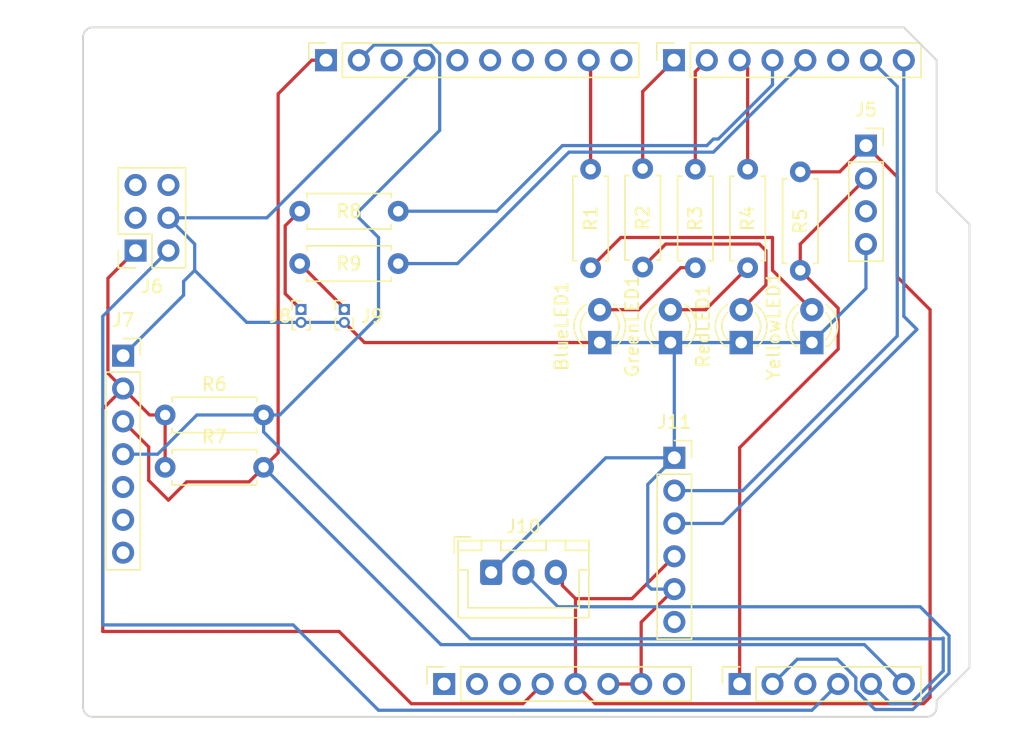
<source format=kicad_pcb>
(kicad_pcb (version 20240108) (generator "pcbnew") (generator_version "8.0")
  (title_block (date "mar. 31 mars 2015"))
  (layers (0 "F.Cu" signal) (31 "B.Cu" signal) (34 "B.Paste" user) (35 "F.Paste" user) (36 "B.SilkS" user "B.Silkscreen") (37 "F.SilkS" user "F.Silkscreen") (38 "B.Mask" user) (39 "F.Mask" user) (44 "Edge.Cuts" user))
  (net 0 "")
  (net 1 "GND")
  (net 3 "+5V")
  (net 4 "/IOREF")
  (net 5 "/A0")
  (net 6 "/A1")
  (net 7 "/A2")
  (net 8 "/A3")
  (net 9 "/13")
  (net 10 "/12")
  (net 11 "/AREF")
  (net 12 "/8")
  (net 13 "/7")
  (net 14 "/*11")
  (net 15 "/*10")
  (net 16 "/*9")
  (net 17 "/4")
  (net 18 "/2")
  (net 19 "/*6")
  (net 20 "/*5")
  (net 21 "/*3")
  (net 22 "+3V3")
  (net 23 "VCC")
  (net 24 "/~{RESET}")
  (net 25 "Net-(BlueLED1-A)")
  (net 26 "Net-(GreenLED1-A)")
  (net 27 "Net-(YellowLED1-A)")
  (net 28 "Net-(RedLED1-A)")
  (net 33 "/SCL")
  (net 34 "/SDA")
  (net 38 "Net-(J8-Pin_1)")
  (net 39 "Net-(J9-Pin_1)")
  (net 40 "/TX")
  (net 41 "/RX")
  (footprint "Connector_PinSocket_2.54mm:PinSocket_1x08_P2.54mm_Vertical" (layer "F.Cu") (at 127.94 97.46 90)
    (property "Reference" "J1" (hide yes))
    (property "Value" "Power")
    (fp_line (start 1.33 -1.33) (end 1.33 0) (stroke (width 0.12)) (layer "F.SilkS"))
    (fp_line (start 0 -1.33) (end 1.33 -1.33) (stroke (width 0.12)) (layer "F.SilkS"))
    (fp_line (start 1.33 1.27) (end 1.33 19.11) (stroke (width 0.12)) (layer "F.SilkS"))
    (fp_line (start -1.33 1.27) (end 1.33 1.27) (stroke (width 0.12)) (layer "F.SilkS"))
    (fp_line (start -1.33 1.27) (end -1.33 19.11) (stroke (width 0.12)) (layer "F.SilkS"))
    (fp_line (start -1.33 19.11) (end 1.33 19.11) (stroke (width 0.12)) (layer "F.SilkS"))
    (pad "1" thru_hole rect (at 0 0 90) (size 1.7 1.7) (drill 1) (layers "*.Cu" "*.Mask"))
    (pad "2" thru_hole oval (at 0 2.54 90) (size 1.7 1.7) (drill 1) (layers "*.Cu" "*.Mask") (net 4 "/IOREF"))
    (pad "3" thru_hole oval (at 0 5.08 90) (size 1.7 1.7) (drill 1) (layers "*.Cu" "*.Mask") (net 24 "/~{RESET}"))
    (pad "4" thru_hole oval (at 0 7.62 90) (size 1.7 1.7) (drill 1) (layers "*.Cu" "*.Mask") (net 22 "+3V3"))
    (pad "5" thru_hole oval (at 0 10.16 90) (size 1.7 1.7) (drill 1) (layers "*.Cu" "*.Mask") (net 3 "+5V"))
    (pad "6" thru_hole oval (at 0 12.7 90) (size 1.7 1.7) (drill 1) (layers "*.Cu" "*.Mask") (net 1 "GND"))
    (pad "7" thru_hole oval (at 0 15.24 90) (size 1.7 1.7) (drill 1) (layers "*.Cu" "*.Mask") (net 1 "GND"))
    (pad "8" thru_hole oval (at 0 17.78 90) (size 1.7 1.7) (drill 1) (layers "*.Cu" "*.Mask") (net 23 "VCC"))
  )
  (footprint "Connector_PinSocket_2.54mm:PinSocket_1x06_P2.54mm_Vertical" (layer "F.Cu") (at 150.8 97.46 90)
    (property "Reference" "J3" (hide yes))
    (property "Value" "Analog")
    (fp_line (start 1.33 -1.33) (end 1.33 0) (stroke (width 0.12)) (layer "F.SilkS"))
    (fp_line (start 0 -1.33) (end 1.33 -1.33) (stroke (width 0.12)) (layer "F.SilkS"))
    (fp_line (start 1.33 1.27) (end 1.33 14.03) (stroke (width 0.12)) (layer "F.SilkS"))
    (fp_line (start -1.33 1.27) (end 1.33 1.27) (stroke (width 0.12)) (layer "F.SilkS"))
    (fp_line (start -1.33 1.27) (end -1.33 14.03) (stroke (width 0.12)) (layer "F.SilkS"))
    (fp_line (start -1.33 14.03) (end 1.33 14.03) (stroke (width 0.12)) (layer "F.SilkS"))
    (pad "1" thru_hole rect (at 0 0 90) (size 1.7 1.7) (drill 1) (layers "*.Cu" "*.Mask") (net 5 "/A0"))
    (pad "2" thru_hole oval (at 0 2.54 90) (size 1.7 1.7) (drill 1) (layers "*.Cu" "*.Mask") (net 6 "/A1"))
    (pad "3" thru_hole oval (at 0 5.08 90) (size 1.7 1.7) (drill 1) (layers "*.Cu" "*.Mask") (net 7 "/A2"))
    (pad "4" thru_hole oval (at 0 7.62 90) (size 1.7 1.7) (drill 1) (layers "*.Cu" "*.Mask") (net 8 "/A3"))
    (pad "5" thru_hole oval (at 0 10.16 90) (size 1.7 1.7) (drill 1) (layers "*.Cu" "*.Mask") (net 34 "/SDA"))
    (pad "6" thru_hole oval (at 0 12.7 90) (size 1.7 1.7) (drill 1) (layers "*.Cu" "*.Mask") (net 33 "/SCL"))
  )
  (footprint "Connector_PinSocket_2.54mm:PinSocket_1x10_P2.54mm_Vertical" (layer "F.Cu") (at 118.796 49.2 90)
    (property "Reference" "J2" (hide yes))
    (property "Value" "Digital/PWM")
    (fp_line (start 1.33 -1.33) (end 1.33 0) (stroke (width 0.12)) (layer "F.SilkS"))
    (fp_line (start 0 -1.33) (end 1.33 -1.33) (stroke (width 0.12)) (layer "F.SilkS"))
    (fp_line (start 1.33 1.27) (end 1.33 24.19) (stroke (width 0.12)) (layer "F.SilkS"))
    (fp_line (start -1.33 1.27) (end 1.33 1.27) (stroke (width 0.12)) (layer "F.SilkS"))
    (fp_line (start -1.33 1.27) (end -1.33 24.19) (stroke (width 0.12)) (layer "F.SilkS"))
    (fp_line (start -1.33 24.19) (end 1.33 24.19) (stroke (width 0.12)) (layer "F.SilkS"))
    (pad "1" thru_hole rect (at 0 0 90) (size 1.7 1.7) (drill 1) (layers "*.Cu" "*.Mask") (net 33 "/SCL"))
    (pad "2" thru_hole oval (at 0 2.54 90) (size 1.7 1.7) (drill 1) (layers "*.Cu" "*.Mask") (net 34 "/SDA"))
    (pad "3" thru_hole oval (at 0 5.08 90) (size 1.7 1.7) (drill 1) (layers "*.Cu" "*.Mask") (net 11 "/AREF"))
    (pad "4" thru_hole oval (at 0 7.62 90) (size 1.7 1.7) (drill 1) (layers "*.Cu" "*.Mask") (net 1 "GND"))
    (pad "5" thru_hole oval (at 0 10.16 90) (size 1.7 1.7) (drill 1) (layers "*.Cu" "*.Mask") (net 9 "/13"))
    (pad "6" thru_hole oval (at 0 12.7 90) (size 1.7 1.7) (drill 1) (layers "*.Cu" "*.Mask") (net 10 "/12"))
    (pad "7" thru_hole oval (at 0 15.24 90) (size 1.7 1.7) (drill 1) (layers "*.Cu" "*.Mask") (net 14 "/*11"))
    (pad "8" thru_hole oval (at 0 17.78 90) (size 1.7 1.7) (drill 1) (layers "*.Cu" "*.Mask") (net 15 "/*10"))
    (pad "9" thru_hole oval (at 0 20.32 90) (size 1.7 1.7) (drill 1) (layers "*.Cu" "*.Mask") (net 16 "/*9"))
    (pad "10" thru_hole oval (at 0 22.86 90) (size 1.7 1.7) (drill 1) (layers "*.Cu" "*.Mask") (net 12 "/8"))
  )
  (footprint "Connector_PinSocket_2.54mm:PinSocket_1x08_P2.54mm_Vertical" (layer "F.Cu") (at 145.72 49.2 90)
    (property "Reference" "J4" (hide yes))
    (property "Value" "Digital/PWM")
    (fp_line (start 1.33 -1.33) (end 1.33 0) (stroke (width 0.12)) (layer "F.SilkS"))
    (fp_line (start 0 -1.33) (end 1.33 -1.33) (stroke (width 0.12)) (layer "F.SilkS"))
    (fp_line (start 1.33 1.27) (end 1.33 19.11) (stroke (width 0.12)) (layer "F.SilkS"))
    (fp_line (start -1.33 1.27) (end 1.33 1.27) (stroke (width 0.12)) (layer "F.SilkS"))
    (fp_line (start -1.33 1.27) (end -1.33 19.11) (stroke (width 0.12)) (layer "F.SilkS"))
    (fp_line (start -1.33 19.11) (end 1.33 19.11) (stroke (width 0.12)) (layer "F.SilkS"))
    (pad "1" thru_hole rect (at 0 0 90) (size 1.7 1.7) (drill 1) (layers "*.Cu" "*.Mask") (net 13 "/7"))
    (pad "2" thru_hole oval (at 0 2.54 90) (size 1.7 1.7) (drill 1) (layers "*.Cu" "*.Mask") (net 19 "/*6"))
    (pad "3" thru_hole oval (at 0 5.08 90) (size 1.7 1.7) (drill 1) (layers "*.Cu" "*.Mask") (net 20 "/*5"))
    (pad "4" thru_hole oval (at 0 7.62 90) (size 1.7 1.7) (drill 1) (layers "*.Cu" "*.Mask") (net 17 "/4"))
    (pad "5" thru_hole oval (at 0 10.16 90) (size 1.7 1.7) (drill 1) (layers "*.Cu" "*.Mask") (net 21 "/*3"))
    (pad "6" thru_hole oval (at 0 12.7 90) (size 1.7 1.7) (drill 1) (layers "*.Cu" "*.Mask") (net 18 "/2"))
    (pad "7" thru_hole oval (at 0 15.24 90) (size 1.7 1.7) (drill 1) (layers "*.Cu" "*.Mask") (net 40 "/TX"))
    (pad "8" thru_hole oval (at 0 17.78 90) (size 1.7 1.7) (drill 1) (layers "*.Cu" "*.Mask") (net 41 "/RX"))
  )
  (footprint "Connector_PinHeader_1.00mm:PinHeader_1x02_P1.00mm_Vertical" (layer "F.Cu") (at 116.864 68.484)
    (property "Reference" "J8" (at -1.624 0.514 0) (layer "F.SilkS"))
    (property "Value" "Orange LED")
    (fp_line (start -0.695 -0.685) (end 0 -0.685) (stroke (width 0.12)) (layer "F.SilkS"))
    (fp_line (start -0.695 0) (end -0.695 -0.685) (stroke (width 0.12)) (layer "F.SilkS"))
    (fp_line (start -0.695 0.685) (end -0.695 1.56) (stroke (width 0.12)) (layer "F.SilkS"))
    (fp_line (start -0.695 0.685) (end -0.608276 0.685) (stroke (width 0.12)) (layer "F.SilkS"))
    (fp_line (start -0.695 1.56) (end -0.394493 1.56) (stroke (width 0.12)) (layer "F.SilkS"))
    (fp_line (start 0.394493 1.56) (end 0.695 1.56) (stroke (width 0.12)) (layer "F.SilkS"))
    (fp_line (start 0.608276 0.685) (end 0.695 0.685) (stroke (width 0.12)) (layer "F.SilkS"))
    (fp_line (start 0.695 0.685) (end 0.695 1.56) (stroke (width 0.12)) (layer "F.SilkS"))
    (pad "1" thru_hole rect (at 0 0) (size 0.85 0.85) (drill 0.5) (layers "*.Cu" "*.Mask") (net 38 "Net-(J8-Pin_1)"))
    (pad "2" thru_hole oval (at 0 1) (size 0.85 0.85) (drill 0.5) (layers "*.Cu" "*.Mask") (net 1 "GND"))
  )
  (footprint "Connector_PinSocket_2.54mm:PinSocket_1x06_P2.54mm_Vertical" (layer "F.Cu") (at 145.745 79.959)
    (property "Reference" "J11" (at 0 -2.77 360) (layer "F.SilkS"))
    (property "Value" "OPENLOG")
    (fp_line (start -1.33 1.27) (end -1.33 14.03) (stroke (width 0.12)) (layer "F.SilkS"))
    (fp_line (start -1.33 1.27) (end 1.33 1.27) (stroke (width 0.12)) (layer "F.SilkS"))
    (fp_line (start -1.33 14.03) (end 1.33 14.03) (stroke (width 0.12)) (layer "F.SilkS"))
    (fp_line (start 0 -1.33) (end 1.33 -1.33) (stroke (width 0.12)) (layer "F.SilkS"))
    (fp_line (start 1.33 -1.33) (end 1.33 0) (stroke (width 0.12)) (layer "F.SilkS"))
    (fp_line (start 1.33 1.27) (end 1.33 14.03) (stroke (width 0.12)) (layer "F.SilkS"))
    (pad "1" thru_hole rect (at 0 0) (size 1.7 1.7) (drill 1) (layers "*.Cu" "*.Mask") (net 1 "GND"))
    (pad "2" thru_hole oval (at 0 2.54) (size 1.7 1.7) (drill 1) (layers "*.Cu" "*.Mask") (net 40 "/TX"))
    (pad "3" thru_hole oval (at 0 5.08) (size 1.7 1.7) (drill 1) (layers "*.Cu" "*.Mask") (net 41 "/RX"))
    (pad "4" thru_hole oval (at 0 7.62) (size 1.7 1.7) (drill 1) (layers "*.Cu" "*.Mask") (net 3 "+5V"))
    (pad "5" thru_hole oval (at 0 10.16) (size 1.7 1.7) (drill 1) (layers "*.Cu" "*.Mask") (net 1 "GND"))
    (pad "6" thru_hole oval (at 0 12.7) (size 1.7 1.7) (drill 1) (layers "*.Cu" "*.Mask"))
  )
  (footprint "Connector_PinSocket_2.54mm:PinSocket_2x03_P2.54mm_Vertical" (layer "F.Cu") (at 104.064 63.932 180)
    (property "Reference" "J6" (at -1.27 -2.77 180) (layer "F.SilkS"))
    (property "Value" "Pressure Sensor")
    (fp_line (start 1.33 1.27) (end 1.33 6.41) (stroke (width 0.12)) (layer "F.SilkS"))
    (fp_line (start 1.33 -1.33) (end 1.33 0) (stroke (width 0.12)) (layer "F.SilkS"))
    (fp_line (start 0 -1.33) (end 1.33 -1.33) (stroke (width 0.12)) (layer "F.SilkS"))
    (fp_line (start -1.27 1.27) (end 1.33 1.27) (stroke (width 0.12)) (layer "F.SilkS"))
    (fp_line (start -1.27 -1.33) (end -1.27 1.27) (stroke (width 0.12)) (layer "F.SilkS"))
    (fp_line (start -3.87 6.41) (end 1.33 6.41) (stroke (width 0.12)) (layer "F.SilkS"))
    (fp_line (start -3.87 -1.33) (end -1.27 -1.33) (stroke (width 0.12)) (layer "F.SilkS"))
    (fp_line (start -3.87 -1.33) (end -3.87 6.41) (stroke (width 0.12)) (layer "F.SilkS"))
    (pad "1" thru_hole rect (at 0 0 180) (size 1.7 1.7) (drill 1) (layers "*.Cu" "*.Mask") (net 22 "+3V3"))
    (pad "2" thru_hole oval (at -2.54 0 180) (size 1.7 1.7) (drill 1) (layers "*.Cu" "*.Mask") (net 8 "/A3"))
    (pad "3" thru_hole oval (at 0 2.54 180) (size 1.7 1.7) (drill 1) (layers "*.Cu" "*.Mask"))
    (pad "4" thru_hole oval (at -2.54 2.54 180) (size 1.7 1.7) (drill 1) (layers "*.Cu" "*.Mask") (net 1 "GND"))
    (pad "5" thru_hole oval (at 0 5.08 180) (size 1.7 1.7) (drill 1) (layers "*.Cu" "*.Mask"))
    (pad "6" thru_hole oval (at -2.54 5.08 180) (size 1.7 1.7) (drill 1) (layers "*.Cu" "*.Mask"))
  )
  (footprint "Resistor_THT:R_Axial_DIN0207_L6.3mm_D2.5mm_P7.62mm_Horizontal" (layer "F.Cu") (at 143.298 65.202 90)
    (property "Reference" "R2" (at 3.81 0 90) (layer "F.SilkS"))
    (property "Value" "330")
    (fp_line (start 7.08 -1.37) (end 7.08 -1.04) (stroke (width 0.12)) (layer "F.SilkS"))
    (fp_line (start 0.54 -1.37) (end 7.08 -1.37) (stroke (width 0.12)) (layer "F.SilkS"))
    (fp_line (start 0.54 -1.04) (end 0.54 -1.37) (stroke (width 0.12)) (layer "F.SilkS"))
    (fp_line (start 0.54 1.04) (end 0.54 1.37) (stroke (width 0.12)) (layer "F.SilkS"))
    (fp_line (start 7.08 1.37) (end 7.08 1.04) (stroke (width 0.12)) (layer "F.SilkS"))
    (fp_line (start 0.54 1.37) (end 7.08 1.37) (stroke (width 0.12)) (layer "F.SilkS"))
    (pad "1" thru_hole circle (at 0 0 90) (size 1.6 1.6) (drill 0.8) (layers "*.Cu" "*.Mask") (net 28 "Net-(RedLED1-A)"))
    (pad "2" thru_hole oval (at 7.62 0 90) (size 1.6 1.6) (drill 0.8) (layers "*.Cu" "*.Mask") (net 13 "/7"))
  )
  (footprint "Connector_PinHeader_1.00mm:PinHeader_1x02_P1.00mm_Vertical" (layer "F.Cu") (at 120.214 68.484)
    (property "Reference" "J9" (at 2.138 0.514 0) (layer "F.SilkS"))
    (property "Value" "PurpleLED")
    (fp_line (start -0.695 -0.685) (end 0 -0.685) (stroke (width 0.12)) (layer "F.SilkS"))
    (fp_line (start -0.695 0) (end -0.695 -0.685) (stroke (width 0.12)) (layer "F.SilkS"))
    (fp_line (start -0.695 0.685) (end -0.695 1.56) (stroke (width 0.12)) (layer "F.SilkS"))
    (fp_line (start -0.695 0.685) (end -0.608276 0.685) (stroke (width 0.12)) (layer "F.SilkS"))
    (fp_line (start -0.695 1.56) (end -0.394493 1.56) (stroke (width 0.12)) (layer "F.SilkS"))
    (fp_line (start 0.394493 1.56) (end 0.695 1.56) (stroke (width 0.12)) (layer "F.SilkS"))
    (fp_line (start 0.608276 0.685) (end 0.695 0.685) (stroke (width 0.12)) (layer "F.SilkS"))
    (fp_line (start 0.695 0.685) (end 0.695 1.56) (stroke (width 0.12)) (layer "F.SilkS"))
    (pad "1" thru_hole rect (at 0 0) (size 0.85 0.85) (drill 0.5) (layers "*.Cu" "*.Mask") (net 39 "Net-(J9-Pin_1)"))
    (pad "2" thru_hole oval (at 0 1) (size 0.85 0.85) (drill 0.5) (layers "*.Cu" "*.Mask") (net 1 "GND"))
  )
  (footprint "Resistor_THT:R_Axial_DIN0207_L6.3mm_D2.5mm_P7.62mm_Horizontal" (layer "F.Cu") (at 116.764 64.934)
    (property "Reference" "R9" (at 3.81 0 0) (layer "F.SilkS"))
    (property "Value" "330")
    (fp_line (start 0.54 -1.37) (end 7.08 -1.37) (stroke (width 0.12)) (layer "F.SilkS"))
    (fp_line (start 0.54 -1.04) (end 0.54 -1.37) (stroke (width 0.12)) (layer "F.SilkS"))
    (fp_line (start 0.54 1.04) (end 0.54 1.37) (stroke (width 0.12)) (layer "F.SilkS"))
    (fp_line (start 0.54 1.37) (end 7.08 1.37) (stroke (width 0.12)) (layer "F.SilkS"))
    (fp_line (start 7.08 -1.37) (end 7.08 -1.04) (stroke (width 0.12)) (layer "F.SilkS"))
    (fp_line (start 7.08 1.37) (end 7.08 1.04) (stroke (width 0.12)) (layer "F.SilkS"))
    (pad "1" thru_hole circle (at 0 0) (size 1.6 1.6) (drill 0.8) (layers "*.Cu" "*.Mask") (net 39 "Net-(J9-Pin_1)"))
    (pad "2" thru_hole oval (at 7.62 0) (size 1.6 1.6) (drill 0.8) (layers "*.Cu" "*.Mask") (net 21 "/*3"))
  )
  (footprint "LED_THT:LED_D3.0mm" (layer "F.Cu") (at 150.918 71.044 90)
    (property "Reference" "RedLED1" (at 1.27 -2.96 90) (layer "F.SilkS"))
    (property "Value" "LED")
    (fp_line (start -0.29 -1.236) (end -0.29 -1.08) (stroke (width 0.12)) (layer "F.SilkS"))
    (fp_line (start -0.29 1.08) (end -0.29 1.236) (stroke (width 0.12)) (layer "F.SilkS"))
    (fp_arc (start -0.29 -1.235516) (mid 1.365624 -1.987701) (end 2.941397 -1.080061) (stroke (width 0.12)) (layer "F.SilkS"))
    (fp_arc (start 0.229039 -1.08) (mid 1.269965 -1.5) (end 2.31091 -1.080049) (stroke (width 0.12)) (layer "F.SilkS"))
    (fp_arc (start 2.31091 1.080049) (mid 1.269965 1.5) (end 0.229039 1.08) (stroke (width 0.12)) (layer "F.SilkS"))
    (fp_arc (start 2.941397 1.080061) (mid 1.365624 1.987701) (end -0.29 1.235516) (stroke (width 0.12)) (layer "F.SilkS"))
    (pad "1" thru_hole rect (at 0 0 90) (size 1.8 1.8) (drill 0.9) (layers "*.Cu" "*.Mask") (net 1 "GND"))
    (pad "2" thru_hole circle (at 2.54 0 90) (size 1.8 1.8) (drill 0.9) (layers "*.Cu" "*.Mask") (net 28 "Net-(RedLED1-A)"))
  )
  (footprint "Resistor_THT:R_Axial_DIN0207_L6.3mm_D2.5mm_P7.62mm_Horizontal" (layer "F.Cu") (at 139.268 65.254 90)
    (property "Reference" "R1" (at 3.81 0 90) (layer "F.SilkS"))
    (property "Value" "330")
    (fp_line (start 7.08 -1.37) (end 7.08 -1.04) (stroke (width 0.12)) (layer "F.SilkS"))
    (fp_line (start 0.54 -1.37) (end 7.08 -1.37) (stroke (width 0.12)) (layer "F.SilkS"))
    (fp_line (start 0.54 -1.04) (end 0.54 -1.37) (stroke (width 0.12)) (layer "F.SilkS"))
    (fp_line (start 0.54 1.04) (end 0.54 1.37) (stroke (width 0.12)) (layer "F.SilkS"))
    (fp_line (start 7.08 1.37) (end 7.08 1.04) (stroke (width 0.12)) (layer "F.SilkS"))
    (fp_line (start 0.54 1.37) (end 7.08 1.37) (stroke (width 0.12)) (layer "F.SilkS"))
    (pad "1" thru_hole circle (at 0 0 90) (size 1.6 1.6) (drill 0.8) (layers "*.Cu" "*.Mask") (net 27 "Net-(YellowLED1-A)"))
    (pad "2" thru_hole oval (at 7.62 0 90) (size 1.6 1.6) (drill 0.8) (layers "*.Cu" "*.Mask") (net 16 "/*9"))
  )
  (footprint "Arduino_MountingHole:MountingHole_3.2mm" (layer "F.Cu") (at 115.24 49.2)
    (property "Reference" "MH1" (hide yes))
    (property "Value" "MountingHole_3.2mm" (hide yes))
    (pad "" np_thru_hole circle (at 0 0) (size 3.2 3.2) (drill 3.2) (layers "*.Cu" "*.Mask"))
  )
  (footprint "LED_THT:LED_D3.0mm" (layer "F.Cu") (at 145.448 71.044 90)
    (property "Reference" "GreenLED1" (at 1.27 -2.96 90) (layer "F.SilkS"))
    (property "Value" "LED")
    (fp_line (start -0.29 -1.236) (end -0.29 -1.08) (stroke (width 0.12)) (layer "F.SilkS"))
    (fp_line (start -0.29 1.08) (end -0.29 1.236) (stroke (width 0.12)) (layer "F.SilkS"))
    (fp_arc (start -0.29 -1.235516) (mid 1.365624 -1.987701) (end 2.941397 -1.080061) (stroke (width 0.12)) (layer "F.SilkS"))
    (fp_arc (start 0.229039 -1.08) (mid 1.269965 -1.5) (end 2.31091 -1.080049) (stroke (width 0.12)) (layer "F.SilkS"))
    (fp_arc (start 2.31091 1.080049) (mid 1.269965 1.5) (end 0.229039 1.08) (stroke (width 0.12)) (layer "F.SilkS"))
    (fp_arc (start 2.941397 1.080061) (mid 1.365624 1.987701) (end -0.29 1.235516) (stroke (width 0.12)) (layer "F.SilkS"))
    (pad "1" thru_hole rect (at 0 0 90) (size 1.8 1.8) (drill 0.9) (layers "*.Cu" "*.Mask") (net 1 "GND"))
    (pad "2" thru_hole circle (at 2.54 0 90) (size 1.8 1.8) (drill 0.9) (layers "*.Cu" "*.Mask") (net 26 "Net-(GreenLED1-A)"))
  )
  (footprint "Connector_PinSocket_2.54mm:PinSocket_1x07_P2.54mm_Vertical" (layer "F.Cu") (at 103.1 72.06)
    (property "Reference" "J7" (at 0 -2.77 0) (layer "F.SilkS"))
    (property "Value" "Accelerometer")
    (fp_line (start -1.33 1.27) (end -1.33 16.57) (stroke (width 0.12)) (layer "F.SilkS"))
    (fp_line (start -1.33 1.27) (end 1.33 1.27) (stroke (width 0.12)) (layer "F.SilkS"))
    (fp_line (start -1.33 16.57) (end 1.33 16.57) (stroke (width 0.12)) (layer "F.SilkS"))
    (fp_line (start 0 -1.33) (end 1.33 -1.33) (stroke (width 0.12)) (layer "F.SilkS"))
    (fp_line (start 1.33 -1.33) (end 1.33 0) (stroke (width 0.12)) (layer "F.SilkS"))
    (fp_line (start 1.33 1.27) (end 1.33 16.57) (stroke (width 0.12)) (layer "F.SilkS"))
    (pad "1" thru_hole rect (at 0 0) (size 1.7 1.7) (drill 1) (layers "*.Cu" "*.Mask") (net 1 "GND"))
    (pad "2" thru_hole oval (at 0 2.54) (size 1.7 1.7) (drill 1) (layers "*.Cu" "*.Mask") (net 22 "+3V3"))
    (pad "3" thru_hole oval (at 0 5.08) (size 1.7 1.7) (drill 1) (layers "*.Cu" "*.Mask") (net 33 "/SCL"))
    (pad "4" thru_hole oval (at 0 7.62) (size 1.7 1.7) (drill 1) (layers "*.Cu" "*.Mask") (net 34 "/SDA"))
    (pad "5" thru_hole oval (at 0 10.16) (size 1.7 1.7) (drill 1) (layers "*.Cu" "*.Mask"))
    (pad "6" thru_hole oval (at 0 12.7) (size 1.7 1.7) (drill 1) (layers "*.Cu" "*.Mask"))
    (pad "7" thru_hole oval (at 0 15.24) (size 1.7 1.7) (drill 1) (layers "*.Cu" "*.Mask"))
  )
  (footprint "Resistor_THT:R_Axial_DIN0207_L6.3mm_D2.5mm_P7.62mm_Horizontal" (layer "F.Cu") (at 155.49 57.836 -90)
    (property "Reference" "R5" (at 3.81 0 90) (layer "F.SilkS"))
    (property "Value" "10k")
    (fp_line (start 0.54 1.37) (end 7.08 1.37) (stroke (width 0.12)) (layer "F.SilkS"))
    (fp_line (start 7.08 1.37) (end 7.08 1.04) (stroke (width 0.12)) (layer "F.SilkS"))
    (fp_line (start 0.54 1.04) (end 0.54 1.37) (stroke (width 0.12)) (layer "F.SilkS"))
    (fp_line (start 0.54 -1.04) (end 0.54 -1.37) (stroke (width 0.12)) (layer "F.SilkS"))
    (fp_line (start 0.54 -1.37) (end 7.08 -1.37) (stroke (width 0.12)) (layer "F.SilkS"))
    (fp_line (start 7.08 -1.37) (end 7.08 -1.04) (stroke (width 0.12)) (layer "F.SilkS"))
    (pad "1" thru_hole circle (at 0 0 270) (size 1.6 1.6) (drill 0.8) (layers "*.Cu" "*.Mask") (net 3 "+5V"))
    (pad "2" thru_hole oval (at 7.62 0 270) (size 1.6 1.6) (drill 0.8) (layers "*.Cu" "*.Mask") (net 5 "/A0"))
  )
  (footprint "Resistor_THT:R_Axial_DIN0207_L6.3mm_D2.5mm_P7.62mm_Horizontal" (layer "F.Cu") (at 151.418 65.254 90)
    (property "Reference" "R4" (at 3.81 0 90) (layer "F.SilkS"))
    (property "Value" "330")
    (fp_line (start 7.08 -1.37) (end 7.08 -1.04) (stroke (width 0.12)) (layer "F.SilkS"))
    (fp_line (start 0.54 -1.37) (end 7.08 -1.37) (stroke (width 0.12)) (layer "F.SilkS"))
    (fp_line (start 0.54 -1.04) (end 0.54 -1.37) (stroke (width 0.12)) (layer "F.SilkS"))
    (fp_line (start 0.54 1.04) (end 0.54 1.37) (stroke (width 0.12)) (layer "F.SilkS"))
    (fp_line (start 7.08 1.37) (end 7.08 1.04) (stroke (width 0.12)) (layer "F.SilkS"))
    (fp_line (start 0.54 1.37) (end 7.08 1.37) (stroke (width 0.12)) (layer "F.SilkS"))
    (pad "1" thru_hole circle (at 0 0 90) (size 1.6 1.6) (drill 0.8) (layers "*.Cu" "*.Mask") (net 26 "Net-(GreenLED1-A)"))
    (pad "2" thru_hole oval (at 7.62 0 90) (size 1.6 1.6) (drill 0.8) (layers "*.Cu" "*.Mask") (net 20 "/*5"))
  )
  (footprint "Resistor_THT:R_Axial_DIN0207_L6.3mm_D2.5mm_P7.62mm_Horizontal" (layer "F.Cu") (at 147.368 65.254 90)
    (property "Reference" "R3" (at 3.81 0 90) (layer "F.SilkS"))
    (property "Value" "330")
    (fp_line (start 7.08 -1.37) (end 7.08 -1.04) (stroke (width 0.12)) (layer "F.SilkS"))
    (fp_line (start 0.54 -1.37) (end 7.08 -1.37) (stroke (width 0.12)) (layer "F.SilkS"))
    (fp_line (start 0.54 -1.04) (end 0.54 -1.37) (stroke (width 0.12)) (layer "F.SilkS"))
    (fp_line (start 0.54 1.04) (end 0.54 1.37) (stroke (width 0.12)) (layer "F.SilkS"))
    (fp_line (start 7.08 1.37) (end 7.08 1.04) (stroke (width 0.12)) (layer "F.SilkS"))
    (fp_line (start 0.54 1.37) (end 7.08 1.37) (stroke (width 0.12)) (layer "F.SilkS"))
    (pad "1" thru_hole circle (at 0 0 90) (size 1.6 1.6) (drill 0.8) (layers "*.Cu" "*.Mask") (net 25 "Net-(BlueLED1-A)"))
    (pad "2" thru_hole oval (at 7.62 0 90) (size 1.6 1.6) (drill 0.8) (layers "*.Cu" "*.Mask") (net 19 "/*6"))
  )
  (footprint "LED_THT:LED_D3.0mm" (layer "F.Cu") (at 139.978 71.044 90)
    (property "Reference" "BlueLED1" (at 1.27 -2.96 90) (layer "F.SilkS"))
    (property "Value" "LED")
    (fp_line (start -0.29 -1.236) (end -0.29 -1.08) (stroke (width 0.12)) (layer "F.SilkS"))
    (fp_line (start -0.29 1.08) (end -0.29 1.236) (stroke (width 0.12)) (layer "F.SilkS"))
    (fp_arc (start -0.29 -1.235516) (mid 1.365624 -1.987701) (end 2.941397 -1.080061) (stroke (width 0.12)) (layer "F.SilkS"))
    (fp_arc (start 0.229039 -1.08) (mid 1.269965 -1.5) (end 2.31091 -1.080049) (stroke (width 0.12)) (layer "F.SilkS"))
    (fp_arc (start 2.31091 1.080049) (mid 1.269965 1.5) (end 0.229039 1.08) (stroke (width 0.12)) (layer "F.SilkS"))
    (fp_arc (start 2.941397 1.080061) (mid 1.365624 1.987701) (end -0.29 1.235516) (stroke (width 0.12)) (layer "F.SilkS"))
    (pad "1" thru_hole rect (at 0 0 90) (size 1.8 1.8) (drill 0.9) (layers "*.Cu" "*.Mask") (net 1 "GND"))
    (pad "2" thru_hole circle (at 2.54 0 90) (size 1.8 1.8) (drill 0.9) (layers "*.Cu" "*.Mask") (net 25 "Net-(BlueLED1-A)"))
  )
  (footprint "Connector_PinSocket_2.54mm:PinSocket_1x04_P2.54mm_Vertical" (layer "F.Cu") (at 160.57 55.804)
    (property "Reference" "J5" (at 0 -2.77 360) (layer "F.SilkS"))
    (property "Value" "Temperature + Humidity Sensor")
    (fp_line (start -1.33 1.27) (end -1.33 8.95) (stroke (width 0.12)) (layer "F.SilkS"))
    (fp_line (start -1.33 1.27) (end 1.33 1.27) (stroke (width 0.12)) (layer "F.SilkS"))
    (fp_line (start -1.33 8.95) (end 1.33 8.95) (stroke (width 0.12)) (layer "F.SilkS"))
    (fp_line (start 0 -1.33) (end 1.33 -1.33) (stroke (width 0.12)) (layer "F.SilkS"))
    (fp_line (start 1.33 -1.33) (end 1.33 0) (stroke (width 0.12)) (layer "F.SilkS"))
    (fp_line (start 1.33 1.27) (end 1.33 8.95) (stroke (width 0.12)) (layer "F.SilkS"))
    (pad "1" thru_hole rect (at 0 0) (size 1.7 1.7) (drill 1) (layers "*.Cu" "*.Mask") (net 3 "+5V"))
    (pad "2" thru_hole oval (at 0 2.54) (size 1.7 1.7) (drill 1) (layers "*.Cu" "*.Mask") (net 5 "/A0"))
    (pad "3" thru_hole oval (at 0 5.08) (size 1.7 1.7) (drill 1) (layers "*.Cu" "*.Mask"))
    (pad "4" thru_hole oval (at 0 7.62) (size 1.7 1.7) (drill 1) (layers "*.Cu" "*.Mask") (net 1 "GND"))
  )
  (footprint "LED_THT:LED_D3.0mm" (layer "F.Cu") (at 156.388 71.044 90)
    (property "Reference" "YellowLED1" (at 1.27 -2.96 90) (layer "F.SilkS"))
    (property "Value" "LED")
    (fp_line (start -0.29 -1.236) (end -0.29 -1.08) (stroke (width 0.12)) (layer "F.SilkS"))
    (fp_line (start -0.29 1.08) (end -0.29 1.236) (stroke (width 0.12)) (layer "F.SilkS"))
    (fp_arc (start -0.29 -1.235516) (mid 1.365624 -1.987701) (end 2.941397 -1.080061) (stroke (width 0.12)) (layer "F.SilkS"))
    (fp_arc (start 0.229039 -1.08) (mid 1.269965 -1.5) (end 2.31091 -1.080049) (stroke (width 0.12)) (layer "F.SilkS"))
    (fp_arc (start 2.31091 1.080049) (mid 1.269965 1.5) (end 0.229039 1.08) (stroke (width 0.12)) (layer "F.SilkS"))
    (fp_arc (start 2.941397 1.080061) (mid 1.365624 1.987701) (end -0.29 1.235516) (stroke (width 0.12)) (layer "F.SilkS"))
    (pad "1" thru_hole rect (at 0 0 90) (size 1.8 1.8) (drill 0.9) (layers "*.Cu" "*.Mask") (net 1 "GND"))
    (pad "2" thru_hole circle (at 2.54 0 90) (size 1.8 1.8) (drill 0.9) (layers "*.Cu" "*.Mask") (net 27 "Net-(YellowLED1-A)"))
  )
  (footprint "Resistor_THT:R_Axial_DIN0207_L6.3mm_D2.5mm_P7.62mm_Horizontal" (layer "F.Cu") (at 116.764 60.884)
    (property "Reference" "R8" (at 3.81 0 0) (layer "F.SilkS"))
    (property "Value" "330")
    (fp_line (start 0.54 -1.37) (end 7.08 -1.37) (stroke (width 0.12)) (layer "F.SilkS"))
    (fp_line (start 0.54 -1.04) (end 0.54 -1.37) (stroke (width 0.12)) (layer "F.SilkS"))
    (fp_line (start 0.54 1.04) (end 0.54 1.37) (stroke (width 0.12)) (layer "F.SilkS"))
    (fp_line (start 0.54 1.37) (end 7.08 1.37) (stroke (width 0.12)) (layer "F.SilkS"))
    (fp_line (start 7.08 -1.37) (end 7.08 -1.04) (stroke (width 0.12)) (layer "F.SilkS"))
    (fp_line (start 7.08 1.37) (end 7.08 1.04) (stroke (width 0.12)) (layer "F.SilkS"))
    (pad "1" thru_hole circle (at 0 0) (size 1.6 1.6) (drill 0.8) (layers "*.Cu" "*.Mask") (net 38 "Net-(J8-Pin_1)"))
    (pad "2" thru_hole oval (at 7.62 0) (size 1.6 1.6) (drill 0.8) (layers "*.Cu" "*.Mask") (net 17 "/4"))
  )
  (footprint "Resistor_THT:R_Axial_DIN0207_L6.3mm_D2.5mm_P7.62mm_Horizontal" (layer "F.Cu") (at 106.35 80.696)
    (property "Reference" "R7" (at 3.81 -2.37 0) (layer "F.SilkS"))
    (property "Value" "10k")
    (fp_line (start 0.54 -1.37) (end 7.08 -1.37) (stroke (width 0.12)) (layer "F.SilkS"))
    (fp_line (start 0.54 -1.04) (end 0.54 -1.37) (stroke (width 0.12)) (layer "F.SilkS"))
    (fp_line (start 0.54 1.04) (end 0.54 1.37) (stroke (width 0.12)) (layer "F.SilkS"))
    (fp_line (start 0.54 1.37) (end 7.08 1.37) (stroke (width 0.12)) (layer "F.SilkS"))
    (fp_line (start 7.08 -1.37) (end 7.08 -1.04) (stroke (width 0.12)) (layer "F.SilkS"))
    (fp_line (start 7.08 1.37) (end 7.08 1.04) (stroke (width 0.12)) (layer "F.SilkS"))
    (pad "1" thru_hole circle (at 0 0) (size 1.6 1.6) (drill 0.8) (layers "*.Cu" "*.Mask") (net 22 "+3V3"))
    (pad "2" thru_hole oval (at 7.62 0) (size 1.6 1.6) (drill 0.8) (layers "*.Cu" "*.Mask") (net 33 "/SCL"))
  )
  (footprint "Arduino_MountingHole:MountingHole_3.2mm" (layer "F.Cu") (at 113.97 97.46)
    (property "Reference" "MH2" (hide yes))
    (property "Value" "MountingHole_3.2mm" (hide yes))
    (pad "" np_thru_hole circle (at 0 0) (size 3.2 3.2) (drill 3.2) (layers "*.Cu" "*.Mask"))
  )
  (footprint "Arduino_MountingHole:MountingHole_3.2mm" (layer "F.Cu") (at 166.04 64.44)
    (property "Reference" "MH3" (hide yes))
    (property "Value" "MountingHole_3.2mm" (hide yes))
    (pad "" np_thru_hole circle (at 0 0) (size 3.2 3.2) (drill 3.2) (layers "*.Cu" "*.Mask"))
  )
  (footprint "Connector_JST:JST_XH_B3B-XH-A_1x03_P2.50mm_Vertical" (layer "F.Cu") (at 131.576 88.824)
    (property "Reference" "J10" (at 2.5 -3.55 0) (layer "F.SilkS"))
    (property "Value" "CONN_TEMP")
    (fp_line (start -2.85 -2.75) (end -2.85 -1.5) (stroke (width 0.12)) (layer "F.SilkS"))
    (fp_line (start -2.56 -2.46) (end -2.56 3.51) (stroke (width 0.12)) (layer "F.SilkS"))
    (fp_line (start -2.56 3.51) (end 7.56 3.51) (stroke (width 0.12)) (layer "F.SilkS"))
    (fp_line (start -2.55 -2.45) (end -2.55 -1.7) (stroke (width 0.12)) (layer "F.SilkS"))
    (fp_line (start -2.55 -1.7) (end -0.75 -1.7) (stroke (width 0.12)) (layer "F.SilkS"))
    (fp_line (start -2.55 -0.2) (end -1.8 -0.2) (stroke (width 0.12)) (layer "F.SilkS"))
    (fp_line (start -1.8 -0.2) (end -1.8 2.75) (stroke (width 0.12)) (layer "F.SilkS"))
    (fp_line (start -1.8 2.75) (end 2.5 2.75) (stroke (width 0.12)) (layer "F.SilkS"))
    (fp_line (start -1.6 -2.75) (end -2.85 -2.75) (stroke (width 0.12)) (layer "F.SilkS"))
    (fp_line (start -0.75 -2.45) (end -2.55 -2.45) (stroke (width 0.12)) (layer "F.SilkS"))
    (fp_line (start -0.75 -1.7) (end -0.75 -2.45) (stroke (width 0.12)) (layer "F.SilkS"))
    (fp_line (start 0.75 -2.45) (end 0.75 -1.7) (stroke (width 0.12)) (layer "F.SilkS"))
    (fp_line (start 0.75 -1.7) (end 4.25 -1.7) (stroke (width 0.12)) (layer "F.SilkS"))
    (fp_line (start 4.25 -2.45) (end 0.75 -2.45) (stroke (width 0.12)) (layer "F.SilkS"))
    (fp_line (start 4.25 -1.7) (end 4.25 -2.45) (stroke (width 0.12)) (layer "F.SilkS"))
    (fp_line (start 5.75 -2.45) (end 5.75 -1.7) (stroke (width 0.12)) (layer "F.SilkS"))
    (fp_line (start 5.75 -1.7) (end 7.55 -1.7) (stroke (width 0.12)) (layer "F.SilkS"))
    (fp_line (start 6.8 -0.2) (end 6.8 2.75) (stroke (width 0.12)) (layer "F.SilkS"))
    (fp_line (start 6.8 2.75) (end 2.5 2.75) (stroke (width 0.12)) (layer "F.SilkS"))
    (fp_line (start 7.55 -2.45) (end 5.75 -2.45) (stroke (width 0.12)) (layer "F.SilkS"))
    (fp_line (start 7.55 -1.7) (end 7.55 -2.45) (stroke (width 0.12)) (layer "F.SilkS"))
    (fp_line (start 7.55 -0.2) (end 6.8 -0.2) (stroke (width 0.12)) (layer "F.SilkS"))
    (fp_line (start 7.56 -2.46) (end -2.56 -2.46) (stroke (width 0.12)) (layer "F.SilkS"))
    (fp_line (start 7.56 3.51) (end 7.56 -2.46) (stroke (width 0.12)) (layer "F.SilkS"))
    (pad "1" thru_hole roundrect (at 0 0) (size 1.7 1.95) (drill 0.95) (layers "*.Cu" "*.Mask") (roundrect_rratio 0.147059) (net 1 "GND"))
    (pad "2" thru_hole oval (at 2.5 0) (size 1.7 1.95) (drill 0.95) (layers "*.Cu" "*.Mask") (net 6 "/A1"))
    (pad "3" thru_hole oval (at 5 0) (size 1.7 1.95) (drill 0.95) (layers "*.Cu" "*.Mask") (net 3 "+5V"))
  )
  (footprint "Resistor_THT:R_Axial_DIN0207_L6.3mm_D2.5mm_P7.62mm_Horizontal" (layer "F.Cu") (at 106.35 76.646)
    (property "Reference" "R6" (at 3.81 -2.37 0) (layer "F.SilkS"))
    (property "Value" "10k")
    (fp_line (start 0.54 -1.37) (end 7.08 -1.37) (stroke (width 0.12)) (layer "F.SilkS"))
    (fp_line (start 0.54 -1.04) (end 0.54 -1.37) (stroke (width 0.12)) (layer "F.SilkS"))
    (fp_line (start 0.54 1.04) (end 0.54 1.37) (stroke (width 0.12)) (layer "F.SilkS"))
    (fp_line (start 0.54 1.37) (end 7.08 1.37) (stroke (width 0.12)) (layer "F.SilkS"))
    (fp_line (start 7.08 -1.37) (end 7.08 -1.04) (stroke (width 0.12)) (layer "F.SilkS"))
    (fp_line (start 7.08 1.37) (end 7.08 1.04) (stroke (width 0.12)) (layer "F.SilkS"))
    (pad "1" thru_hole circle (at 0 0) (size 1.6 1.6) (drill 0.8) (layers "*.Cu" "*.Mask") (net 22 "+3V3"))
    (pad "2" thru_hole oval (at 7.62 0) (size 1.6 1.6) (drill 0.8) (layers "*.Cu" "*.Mask") (net 34 "/SDA"))
  )
  (gr_line (start 166.04 59.36) (end 168.58 61.9) (stroke (width 0.15)) (layer "Edge.Cuts"))
  (gr_line (start 100 99.238) (end 100 47.422) (stroke (width 0.15)) (layer "Edge.Cuts"))
  (gr_line (start 168.58 61.9) (end 168.58 96.19) (stroke (width 0.15)) (layer "Edge.Cuts"))
  (gr_line (start 165.278 100) (end 100.762 100) (stroke (width 0.15)) (layer "Edge.Cuts"))
  (gr_line (start 100.762 46.66) (end 163.5 46.66) (stroke (width 0.15)) (layer "Edge.Cuts"))
  (gr_arc (start 100.762 100) (mid 100.223185 99.776815) (end 100 99.238) (stroke (width 0.15)) (layer "Edge.Cuts"))
  (gr_line (start 168.58 96.19) (end 166.04 98.73) (stroke (width 0.15)) (layer "Edge.Cuts"))
  (gr_line (start 163.5 46.66) (end 166.04 49.2) (stroke (width 0.15)) (layer "Edge.Cuts"))
  (gr_arc (start 166.04 99.238) (mid 165.816815 99.776815) (end 165.278 100) (stroke (width 0.15)) (layer "Edge.Cuts"))
  (gr_line (start 166.04 49.2) (end 166.04 59.36) (stroke (width 0.15)) (layer "Edge.Cuts"))
  (gr_line (start 166.04 98.73) (end 166.04 99.238) (stroke (width 0.15)) (layer "Edge.Cuts"))
  (gr_arc (start 100 47.422) (mid 100.223185 46.883185) (end 100.762 46.66) (stroke (width 0.15)) (layer "Edge.Cuts"))
  (segment (start 139.978 71.044) (end 121.774 71.044) (width 0.25) (layer "F.Cu") (net 1))
  (segment (start 121.774 71.044) (end 120.214 69.484) (width 0.25) (layer "F.Cu") (net 1))
  (segment (start 143.18 92.684) (end 145.745 90.119) (width 0.25) (layer "F.Cu") (net 1))
  (segment (start 140.64 97.46) (end 143.18 97.46) (width 0.25) (layer "F.Cu") (net 1))
  (segment (start 143.18 97.46) (end 143.18 92.684) (width 0.25) (layer "F.Cu") (net 1))
  (segment (start 140.441 79.959) (end 145.745 79.959) (width 0.25) (layer "B.Cu") (net 1))
  (segment (start 160.57 66.862) (end 160.57 63.424) (width 0.25) (layer "B.Cu") (net 1))
  (segment (start 114.224 61.392) (end 106.604 61.392) (width 0.25) (layer "B.Cu") (net 1))
  (segment (start 131.576 88.824) (end 140.441 79.959) (width 0.25) (layer "B.Cu") (net 1))
  (segment (start 108.636 63.424) (end 106.604 61.392) (width 0.25) (layer "B.Cu") (net 1))
  (segment (start 156.388 71.044) (end 160.57 66.862) (width 0.25) (layer "B.Cu") (net 1))
  (segment (start 145.745 79.959) (end 143.688 82.016) (width 0.25) (layer "B.Cu") (net 1))
  (segment (start 112.664 69.484) (end 108.636 65.456) (width 0.25) (layer "B.Cu") (net 1))
  (segment (start 145.745 79.959) (end 145.745 71.341) (width 0.25) (layer "B.Cu") (net 1))
  (segment (start 107.779 66.313) (end 108.636 65.456) (width 0.25) (layer "B.Cu") (net 1))
  (segment (start 143.967 90.119) (end 145.745 90.119) (width 0.25) (layer "B.Cu") (net 1))
  (segment (start 145.745 71.341) (end 145.448 71.044) (width 0.25) (layer "B.Cu") (net 1))
  (segment (start 139.978 71.044) (end 145.448 71.044) (width 0.25) (layer "B.Cu") (net 1))
  (segment (start 120.214 69.484) (end 116.864 69.484) (width 0.25) (layer "B.Cu") (net 1))
  (segment (start 116.864 69.484) (end 112.664 69.484) (width 0.25) (layer "B.Cu") (net 1))
  (segment (start 143.688 82.016) (end 143.688 89.84) (width 0.25) (layer "B.Cu") (net 1))
  (segment (start 145.448 71.044) (end 150.918 71.044) (width 0.25) (layer "B.Cu") (net 1))
  (segment (start 108.636 65.456) (end 108.636 63.424) (width 0.25) (layer "B.Cu") (net 1))
  (segment (start 107.779 67.381) (end 107.779 66.313) (width 0.25) (layer "B.Cu") (net 1))
  (segment (start 156.388 71.044) (end 150.918 71.044) (width 0.25) (layer "B.Cu") (net 1))
  (segment (start 143.688 89.84) (end 143.967 90.119) (width 0.25) (layer "B.Cu") (net 1))
  (segment (start 103.1 72.06) (end 107.779 67.381) (width 0.25) (layer "B.Cu") (net 1))
  (segment (start 126.416 49.2) (end 114.224 61.392) (width 0.25) (layer "B.Cu") (net 1))
  (segment (start 158.538 57.836) (end 160.57 55.804) (width 0.25) (layer "F.Cu") (net 3))
  (segment (start 137.084 89.332) (end 137.084 89.84) (width 0.25) (layer "F.Cu") (net 3))
  (segment (start 138.1 90.856) (end 137.084 89.84) (width 0.25) (layer "F.Cu") (net 3))
  (segment (start 160.57 55.804) (end 162.992 58.226) (width 0.25) (layer "F.Cu") (net 3))
  (segment (start 165.532 68.504) (end 165.532 98.476) (width 0.25) (layer "F.Cu") (net 3))
  (segment (start 162.992 65.964) (end 165.532 68.504) (width 0.25) (layer "F.Cu") (net 3))
  (segment (start 139.624 98.984) (end 138.1 97.46) (width 0.25) (layer "F.Cu") (net 3))
  (segment (start 165.024 98.984) (end 139.624 98.984) (width 0.25) (layer "F.Cu") (net 3))
  (segment (start 142.468 90.856) (end 145.745 87.579) (width 0.25) (layer "F.Cu") (net 3))
  (segment (start 136.576 88.824) (end 137.084 89.332) (width 0.25) (layer "F.Cu") (net 3))
  (segment (start 162.992 58.226) (end 162.992 65.964) (width 0.25) (layer "F.Cu") (net 3))
  (segment (start 138.1 97.46) (end 138.1 90.856) (width 0.25) (layer "F.Cu") (net 3))
  (segment (start 155.49 57.836) (end 158.538 57.836) (width 0.25) (layer "F.Cu") (net 3))
  (segment (start 138.1 90.856) (end 142.468 90.856) (width 0.25) (layer "F.Cu") (net 3))
  (segment (start 165.532 98.476) (end 165.024 98.984) (width 0.25) (layer "F.Cu") (net 3))
  (segment (start 150.8 79.172) (end 158.42 71.552) (width 0.25) (layer "F.Cu") (net 5))
  (segment (start 155.49 65.456) (end 155.49 63.424) (width 0.25) (layer "F.Cu") (net 5))
  (segment (start 158.42 68.386) (end 155.49 65.456) (width 0.25) (layer "F.Cu") (net 5))
  (segment (start 158.42 71.552) (end 158.42 68.386) (width 0.25) (layer "F.Cu") (net 5))
  (segment (start 155.49 63.424) (end 160.57 58.344) (width 0.25) (layer "F.Cu") (net 5))
  (segment (start 150.8 97.46) (end 150.8 79.172) (width 0.25) (layer "F.Cu") (net 5))
  (segment (start 164.764396 91.484) (end 166.998 93.717604) (width 0.25) (layer "B.Cu") (net 6))
  (segment (start 164.194396 99.434) (end 161.272299 99.434) (width 0.25) (layer "B.Cu") (net 6))
  (segment (start 159.785 96.973299) (end 158.355701 95.544) (width 0.25) (layer "B.Cu") (net 6))
  (segment (start 158.355701 95.544) (end 155.256 95.544) (width 0.25) (layer "B.Cu") (net 6))
  (segment (start 166.998 96.630396) (end 164.194396 99.434) (width 0.25) (layer "B.Cu") (net 6))
  (segment (start 161.272299 99.434) (end 159.785 97.946701) (width 0.25) (layer "B.Cu") (net 6))
  (segment (start 166.998 93.717604) (end 166.998 96.630396) (width 0.25) (layer "B.Cu") (net 6))
  (segment (start 155.256 95.544) (end 153.34 97.46) (width 0.25) (layer "B.Cu") (net 6))
  (segment (start 159.785 97.946701) (end 159.785 96.973299) (width 0.25) (layer "B.Cu") (net 6))
  (segment (start 136.736 91.484) (end 164.764396 91.484) (width 0.25) (layer "B.Cu") (net 6))
  (segment (start 134.076 88.824) (end 136.736 91.484) (width 0.25) (layer "B.Cu") (net 6))
  (segment (start 101.524 69.012) (end 101.524 92.888) (width 0.25) (layer "B.Cu") (net 8))
  (segment (start 122.86 99.492) (end 156.388 99.492) (width 0.25) (layer "B.Cu") (net 8))
  (segment (start 156.388 99.492) (end 158.42 97.46) (width 0.25) (layer "B.Cu") (net 8))
  (segment (start 116.256 92.888) (end 122.86 99.492) (width 0.25) (layer "B.Cu") (net 8))
  (segment (start 106.604 63.932) (end 101.524 69.012) (width 0.25) (layer "B.Cu") (net 8))
  (segment (start 101.524 92.888) (end 116.256 92.888) (width 0.25) (layer "B.Cu") (net 8))
  (segment (start 143.298 57.582) (end 143.298 51.622) (width 0.25) (layer "F.Cu") (net 13))
  (segment (start 143.298 51.622) (end 145.72 49.2) (width 0.25) (layer "F.Cu") (net 13))
  (segment (start 139.268 57.634) (end 139.268 49.352) (width 0.25) (layer "F.Cu") (net 16))
  (segment (start 139.268 49.352) (end 139.116 49.2) (width 0.25) (layer "F.Cu") (net 16))
  (segment (start 153.34 51.103604) (end 153.34 49.2) (width 0.25) (layer "B.Cu") (net 17))
  (segment (start 148.26 55.804) (end 148.768 55.296) (width 0.25) (layer "B.Cu") (net 17))
  (segment (start 149.147604 55.296) (end 153.34 51.103604) (width 0.25) (layer "B.Cu") (net 17))
  (segment (start 148.768 55.296) (end 149.147604 55.296) (width 0.25) (layer "B.Cu") (net 17))
  (segment (start 132.004 60.884) (end 137.084 55.804) (width 0.25) (layer "B.Cu") (net 17))
  (segment (start 137.084 55.804) (end 148.26 55.804) (width 0.25) (layer "B.Cu") (net 17))
  (segment (start 124.384 60.884) (end 132.004 60.884) (width 0.25) (layer "B.Cu") (net 17))
  (segment (start 147.368 57.634) (end 147.368 50.092) (width 0.25) (layer "F.Cu") (net 19))
  (segment (start 147.368 50.092) (end 148.26 49.2) (width 0.25) (layer "F.Cu") (net 19))
  (segment (start 151.418 57.634) (end 151.418 49.818) (width 0.25) (layer "F.Cu") (net 20))
  (segment (start 151.418 49.818) (end 150.8 49.2) (width 0.25) (layer "F.Cu") (net 20))
  (segment (start 128.97 64.934) (end 137.592 56.312) (width 0.25) (layer "B.Cu") (net 21))
  (segment (start 137.592 56.312) (end 148.768 56.312) (width 0.25) (layer "B.Cu") (net 21))
  (segment (start 124.384 64.934) (end 128.97 64.934) (width 0.25) (layer "B.Cu") (net 21))
  (segment (start 148.768 56.312) (end 155.88 49.2) (width 0.25) (layer "B.Cu") (net 21))
  (segment (start 119.812 93.396) (end 125.4 98.984) (width 0.25) (layer "F.Cu") (net 22))
  (segment (start 103.1 74.6) (end 105.146 76.646) (width 0.25) (layer "F.Cu") (net 22))
  (segment (start 105.146 76.646) (end 106.35 76.646) (width 0.25) (layer "F.Cu") (net 22))
  (segment (start 101.925 66.071) (end 104.064 63.932) (width 0.25) (layer "F.Cu") (net 22))
  (segment (start 134.036 98.984) (end 135.56 97.46) (width 0.25) (layer "F.Cu") (net 22))
  (segment (start 125.4 98.984) (end 134.036 98.984) (width 0.25) (layer "F.Cu") (net 22))
  (segment (start 106.35 76.646) (end 106.35 80.696) (width 0.25) (layer "F.Cu") (net 22))
  (segment (start 101.524 76.176) (end 101.524 93.396) (width 0.25) (layer "F.Cu") (net 22))
  (segment (start 103.1 74.6) (end 101.524 76.176) (width 0.25) (layer "F.Cu") (net 22))
  (segment (start 101.524 93.396) (end 119.812 93.396) (width 0.25) (layer "F.Cu") (net 22))
  (segment (start 103.1 74.6) (end 101.925 73.425) (width 0.25) (layer "F.Cu") (net 22))
  (segment (start 101.925 73.425) (end 101.925 66.071) (width 0.25) (layer "F.Cu") (net 22))
  (segment (start 142.98663 68.504) (end 139.978 68.504) (width 0.25) (layer "F.Cu") (net 25))
  (segment (start 146.23663 65.254) (end 142.98663 68.504) (width 0.25) (layer "F.Cu") (net 25))
  (segment (start 147.368 65.254) (end 146.23663 65.254) (width 0.25) (layer "F.Cu") (net 25))
  (segment (start 148.168 68.504) (end 145.448 68.504) (width 0.25) (layer "F.Cu") (net 26))
  (segment (start 151.418 65.254) (end 148.168 68.504) (width 0.25) (layer "F.Cu") (net 26))
  (segment (start 141.606 62.916) (end 153.34 62.916) (width 0.25) (layer "F.Cu") (net 27))
  (segment (start 153.34 65.456) (end 156.388 68.504) (width 0.25) (layer "F.Cu") (net 27))
  (segment (start 153.34 62.916) (end 153.34 65.456) (width 0.25) (layer "F.Cu") (net 27))
  (segment (start 139.268 65.254) (end 141.606 62.916) (width 0.25) (layer "F.Cu") (net 27))
  (segment (start 145.076 63.424) (end 152.324 63.424) (width 0.25) (layer "F.Cu") (net 28))
  (segment (start 152.832 66.59) (end 150.918 68.504) (width 0.25) (layer "F.Cu") (net 28))
  (segment (start 143.298 65.202) (end 145.076 63.424) (width 0.25) (layer "F.Cu") (net 28))
  (segment (start 152.324 63.424) (end 152.832 63.932) (width 0.25) (layer "F.Cu") (net 28))
  (segment (start 152.832 63.932) (end 152.832 66.59) (width 0.25) (layer "F.Cu") (net 28))
  (segment (start 106.604 83.236) (end 105.08 81.712) (width 0.25) (layer "F.Cu") (net 33))
  (segment (start 113.97 80.696) (end 112.845 81.821) (width 0.25) (layer "F.Cu") (net 33))
  (segment (start 115.095 51.801) (end 115.095 79.571) (width 0.25) (layer "F.Cu") (net 33))
  (segment (start 105.08 81.712) (end 105.08 79.12) (width 0.25) (layer "F.Cu") (net 33))
  (segment (start 105.08 79.12) (end 103.1 77.14) (width 0.25) (layer "F.Cu") (net 33))
  (segment (start 118.796 49.2) (end 117.696 49.2) (width 0.25) (layer "F.Cu") (net 33))
  (segment (start 117.696 49.2) (end 115.095 51.801) (width 0.25) (layer "F.Cu") (net 33))
  (segment (start 108.019 81.821) (end 106.604 83.236) (width 0.25) (layer "F.Cu") (net 33))
  (segment (start 115.095 79.571) (end 113.97 80.696) (width 0.25) (layer "F.Cu") (net 33))
  (segment (start 112.845 81.821) (end 108.019 81.821) (width 0.25) (layer "F.Cu") (net 33))
  (segment (start 127.686 94.412) (end 113.97 80.696) (width 0.25) (layer "B.Cu") (net 33))
  (segment (start 160.452 94.412) (end 127.686 94.412) (width 0.25) (layer "B.Cu") (net 33))
  (segment (start 163.5 97.46) (end 160.452 94.412) (width 0.25) (layer "B.Cu") (net 33))
  (segment (start 166.49 93.962) (end 129.972 93.962) (width 0.25) (layer "B.Cu") (net 34))
  (segment (start 127.591 54.629) (end 121.336 60.884) (width 0.25) (layer "B.Cu") (net 34))
  (segment (start 126.902701 48.025) (end 127.591 48.713299) (width 0.25) (layer "B.Cu") (net 34))
  (segment (start 121.336 49.2) (end 122.511 48.025) (width 0.25) (layer "B.Cu") (net 34))
  (segment (start 121.336 60.884) (end 121.336 61.392) (width 0.25) (layer "B.Cu") (net 34))
  (segment (start 166.548 93.904) (end 166.49 93.962) (width 0.25) (layer "B.Cu") (net 34))
  (segment (start 122.86 62.916) (end 122.86 69.012) (width 0.25) (layer "B.Cu") (net 34))
  (segment (start 103.1 79.68) (end 105.775009 79.68) (width 0.25) (layer "B.Cu") (net 34))
  (segment (start 113.97 77.96) (end 113.97 76.646) (width 0.25) (layer "B.Cu") (net 34))
  (segment (start 115.226 76.646) (end 113.97 76.646) (width 0.25) (layer "B.Cu") (net 34))
  (segment (start 105.775009 79.68) (end 108.809009 76.646) (width 0.25) (layer "B.Cu") (net 34))
  (segment (start 160.96 97.46) (end 162.484 98.984) (width 0.25) (layer "B.Cu") (net 34))
  (segment (start 166.548 96.444) (end 166.548 93.904) (width 0.25) (layer "B.Cu") (net 34))
  (segment (start 127.591 48.713299) (end 127.591 54.629) (width 0.25) (layer "B.Cu") (net 34))
  (segment (start 129.972 93.962) (end 113.97 77.96) (width 0.25) (layer "B.Cu") (net 34))
  (segment (start 108.809009 76.646) (end 113.97 76.646) (width 0.25) (layer "B.Cu") (net 34))
  (segment (start 121.336 61.392) (end 122.86 62.916) (width 0.25) (layer "B.Cu") (net 34))
  (segment (start 164.008 98.984) (end 166.548 96.444) (width 0.25) (layer "B.Cu") (net 34))
  (segment (start 122.511 48.025) (end 126.902701 48.025) (width 0.25) (layer "B.Cu") (net 34))
  (segment (start 122.86 69.012) (end 115.226 76.646) (width 0.25) (layer "B.Cu") (net 34))
  (segment (start 162.484 98.984) (end 164.008 98.984) (width 0.25) (layer "B.Cu") (net 34))
  (segment (start 115.639 62.009) (end 116.764 60.884) (width 0.25) (layer "F.Cu") (net 38))
  (segment (start 115.639 67.259) (end 115.639 62.009) (width 0.25) (layer "F.Cu") (net 38))
  (segment (start 116.864 68.484) (end 115.639 67.259) (width 0.25) (layer "F.Cu") (net 38))
  (segment (start 120.214 68.384) (end 120.214 68.484) (width 0.25) (layer "F.Cu") (net 39))
  (segment (start 116.764 64.934) (end 120.214 68.384) (width 0.25) (layer "F.Cu") (net 39))
  (segment (start 160.96 49.2) (end 162.992 51.232) (width 0.25) (layer "B.Cu") (net 40))
  (segment (start 162.992 51.232) (end 162.992 70.536) (width 0.25) (layer "B.Cu") (net 40))
  (segment (start 162.992 70.536) (end 151.029 82.499) (width 0.25) (layer "B.Cu") (net 40))
  (segment (start 151.029 82.499) (end 145.745 82.499) (width 0.25) (layer "B.Cu") (net 40))
  (segment (start 149.505 85.039) (end 164.516 70.028) (width 0.25) (layer "B.Cu") (net 41))
  (segment (start 163.5 69.012) (end 163.5 49.2) (width 0.25) (layer "B.Cu") (net 41))
  (segment (start 164.516 70.028) (end 163.5 69.012) (width 0.25) (layer "B.Cu") (net 41))
  (segment (start 145.745 85.039) (end 149.505 85.039) (width 0.25) (layer "B.Cu") (net 41))
)
</source>
